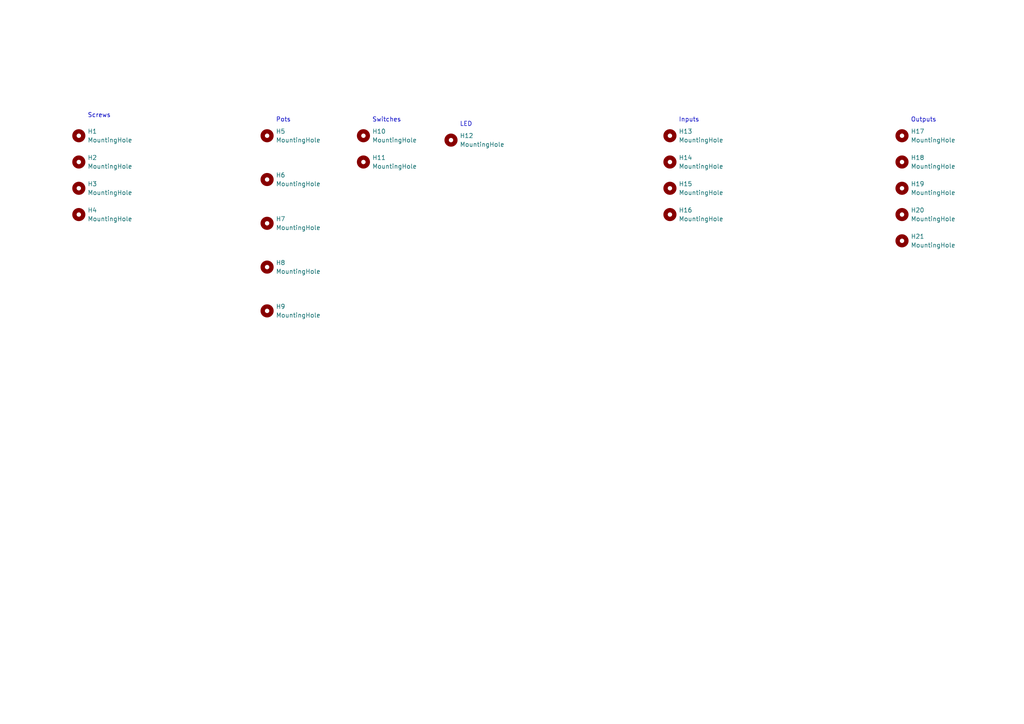
<source format=kicad_sch>
(kicad_sch (version 20211123) (generator eeschema)
  (paper "A4")
  (lib_symbols
    (symbol "Mechanical:MountingHole" (pin_names (offset 1.016))
      (property "Reference" "H" (at 0 5.08 0))
      (property "Value" "MountingHole" (at 0 3.175 0))
      (symbol "MountingHole_0_1"
        (circle (center 0 0) (radius 1.27) (stroke (width 1.27)))
      )
    )
  )
  (text "LED" (at 133.35 36.83 0) (effects (font (size 1.27 1.27)) (justify left bottom)))
  (text "Switches" (at 107.95 35.56 0) (effects (font (size 1.27 1.27)) (justify left bottom)))
  (text "Pots" (at 80.01 35.56 0) (effects (font (size 1.27 1.27)) (justify left bottom)))
  (text "Screws" (at 25.4 34.29 0) (effects (font (size 1.27 1.27)) (justify left bottom)))
  (text "Outputs" (at 264.16 35.56 0) (effects (font (size 1.27 1.27)) (justify left bottom)))
  (text "Inputs" (at 196.85 35.56 0) (effects (font (size 1.27 1.27)) (justify left bottom)))
  (symbol (lib_id "Mechanical:MountingHole") (at 22.86 54.61 0) (unit 1)
    (property "Reference" "H3" (at 25.4 53.3399 0) (effects (justify left)))
    (property "Value" "MountingHole" (at 25.4 55.8799 0) (effects (justify left)))
    (property "Footprint" "MountingHole:MountingHole_3.2mm_M3" (effects hide))
  )
  (symbol (lib_id "Mechanical:MountingHole") (at 77.47 90.17 0) (unit 1)
    (property "Reference" "H9" (at 80.01 88.8999 0) (effects (justify left)))
    (property "Value" "MountingHole" (at 80.01 91.4399 0) (effects (justify left)))
    (property "Footprint" "My_Misc:MountingHole_7.4mm_M7" (effects hide))
  )
  (symbol (lib_id "Mechanical:MountingHole") (at 194.31 46.99 0) (unit 1)
    (property "Reference" "H14" (at 196.85 45.7199 0) (effects (justify left)))
    (property "Value" "MountingHole" (at 196.85 48.2599 0) (effects (justify left)))
    (property "Footprint" "MountingHole:MountingHole_6.4mm_M6" (effects hide))
  )
  (symbol (lib_id "Mechanical:MountingHole") (at 22.86 62.23 0) (unit 1)
    (property "Reference" "H4" (at 25.4 60.9599 0) (effects (justify left)))
    (property "Value" "MountingHole" (at 25.4 63.4999 0) (effects (justify left)))
    (property "Footprint" "MountingHole:MountingHole_3.2mm_M3" (effects hide))
  )
  (symbol (lib_id "Mechanical:MountingHole") (at 130.81 40.64 0) (unit 1)
    (property "Reference" "H12" (at 133.35 39.3699 0) (effects (justify left)))
    (property "Value" "MountingHole" (at 133.35 41.9099 0) (effects (justify left)))
    (property "Footprint" "MountingHole:MountingHole_3.2mm_M3" (effects hide))
  )
  (symbol (lib_id "Mechanical:MountingHole") (at 194.31 39.37 0) (unit 1)
    (property "Reference" "H13" (at 196.85 38.0999 0) (effects (justify left)))
    (property "Value" "MountingHole" (at 196.85 40.6399 0) (effects (justify left)))
    (property "Footprint" "MountingHole:MountingHole_6.4mm_M6" (effects hide))
  )
  (symbol (lib_id "Mechanical:MountingHole") (at 105.41 39.37 0) (unit 1)
    (property "Reference" "H10" (at 107.95 38.0999 0) (effects (justify left)))
    (property "Value" "MountingHole" (at 107.95 40.6399 0) (effects (justify left)))
    (property "Footprint" "MountingHole:MountingHole_5mm" (effects hide))
  )
  (symbol (lib_id "Mechanical:MountingHole") (at 261.62 39.37 0) (unit 1)
    (property "Reference" "H17" (at 264.16 38.0999 0) (effects (justify left)))
    (property "Value" "MountingHole" (at 264.16 40.6399 0) (effects (justify left)))
    (property "Footprint" "MountingHole:MountingHole_6.4mm_M6" (effects hide))
  )
  (symbol (lib_id "Mechanical:MountingHole") (at 77.47 52.07 0) (unit 1)
    (property "Reference" "H6" (at 80.01 50.7999 0) (effects (justify left)))
    (property "Value" "MountingHole" (at 80.01 53.3399 0) (effects (justify left)))
    (property "Footprint" "My_Misc:MountingHole_7.4mm_M7" (effects hide))
  )
  (symbol (lib_id "Mechanical:MountingHole") (at 77.47 39.37 0) (unit 1)
    (property "Reference" "H5" (at 80.01 38.0999 0) (effects (justify left)))
    (property "Value" "MountingHole" (at 80.01 40.6399 0) (effects (justify left)))
    (property "Footprint" "My_Misc:MountingHole_7.4mm_M7" (effects hide))
  )
  (symbol (lib_id "Mechanical:MountingHole") (at 105.41 46.99 0) (unit 1)
    (property "Reference" "H11" (at 107.95 45.7199 0) (effects (justify left)))
    (property "Value" "MountingHole" (at 107.95 48.2599 0) (effects (justify left)))
    (property "Footprint" "MountingHole:MountingHole_5mm" (effects hide))
  )
  (symbol (lib_id "Mechanical:MountingHole") (at 194.31 62.23 0) (unit 1)
    (property "Reference" "H16" (at 196.85 60.9599 0) (effects (justify left)))
    (property "Value" "MountingHole" (at 196.85 63.4999 0) (effects (justify left)))
    (property "Footprint" "MountingHole:MountingHole_6.4mm_M6" (effects hide))
  )
  (symbol (lib_id "Mechanical:MountingHole") (at 261.62 46.99 0) (unit 1)
    (property "Reference" "H18" (at 264.16 45.7199 0) (effects (justify left)))
    (property "Value" "MountingHole" (at 264.16 48.2599 0) (effects (justify left)))
    (property "Footprint" "MountingHole:MountingHole_6.4mm_M6" (effects hide))
  )
  (symbol (lib_id "Mechanical:MountingHole") (at 194.31 54.61 0) (unit 1)
    (property "Reference" "H15" (at 196.85 53.3399 0) (effects (justify left)))
    (property "Value" "MountingHole" (at 196.85 55.8799 0) (effects (justify left)))
    (property "Footprint" "MountingHole:MountingHole_6.4mm_M6" (effects hide))
  )
  (symbol (lib_id "Mechanical:MountingHole") (at 261.62 54.61 0) (unit 1)
    (property "Reference" "H19" (at 264.16 53.3399 0) (effects (justify left)))
    (property "Value" "MountingHole" (at 264.16 55.8799 0) (effects (justify left)))
    (property "Footprint" "MountingHole:MountingHole_6.4mm_M6" (effects hide))
  )
  (symbol (lib_id "Mechanical:MountingHole") (at 77.47 64.77 0) (unit 1)
    (property "Reference" "H7" (at 80.01 63.4999 0) (effects (justify left)))
    (property "Value" "MountingHole" (at 80.01 66.0399 0) (effects (justify left)))
    (property "Footprint" "My_Misc:MountingHole_7.4mm_M7" (effects hide))
  )
  (symbol (lib_id "Mechanical:MountingHole") (at 22.86 46.99 0) (unit 1)
    (property "Reference" "H2" (at 25.4 45.7199 0) (effects (justify left)))
    (property "Value" "MountingHole" (at 25.4 48.2599 0) (effects (justify left)))
    (property "Footprint" "MountingHole:MountingHole_3.2mm_M3" (effects hide))
  )
  (symbol (lib_id "Mechanical:MountingHole") (at 77.47 77.47 0) (unit 1)
    (property "Reference" "H8" (at 80.01 76.1999 0) (effects (justify left)))
    (property "Value" "MountingHole" (at 80.01 78.7399 0) (effects (justify left)))
    (property "Footprint" "My_Misc:MountingHole_7.4mm_M7" (effects hide))
  )
  (symbol (lib_id "Mechanical:MountingHole") (at 261.62 62.23 0) (unit 1)
    (property "Reference" "H20" (at 264.16 60.9599 0) (effects (justify left)))
    (property "Value" "MountingHole" (at 264.16 63.4999 0) (effects (justify left)))
    (property "Footprint" "MountingHole:MountingHole_6.4mm_M6" (effects hide))
  )
  (symbol (lib_id "Mechanical:MountingHole") (at 261.62 69.85 0) (unit 1)
    (property "Reference" "H21" (at 264.16 68.5799 0) (effects (justify left)))
    (property "Value" "MountingHole" (at 264.16 71.1199 0) (effects (justify left)))
    (property "Footprint" "MountingHole:MountingHole_6.4mm_M6" (effects hide))
  )
  (symbol (lib_id "Mechanical:MountingHole") (at 22.86 39.37 0) (unit 1)
    (property "Reference" "H1" (at 25.4 38.0999 0) (effects (justify left)))
    (property "Value" "MountingHole" (at 25.4 40.6399 0) (effects (justify left)))
    (property "Footprint" "MountingHole:MountingHole_3.2mm_M3" (effects hide))
  )
)
</source>
